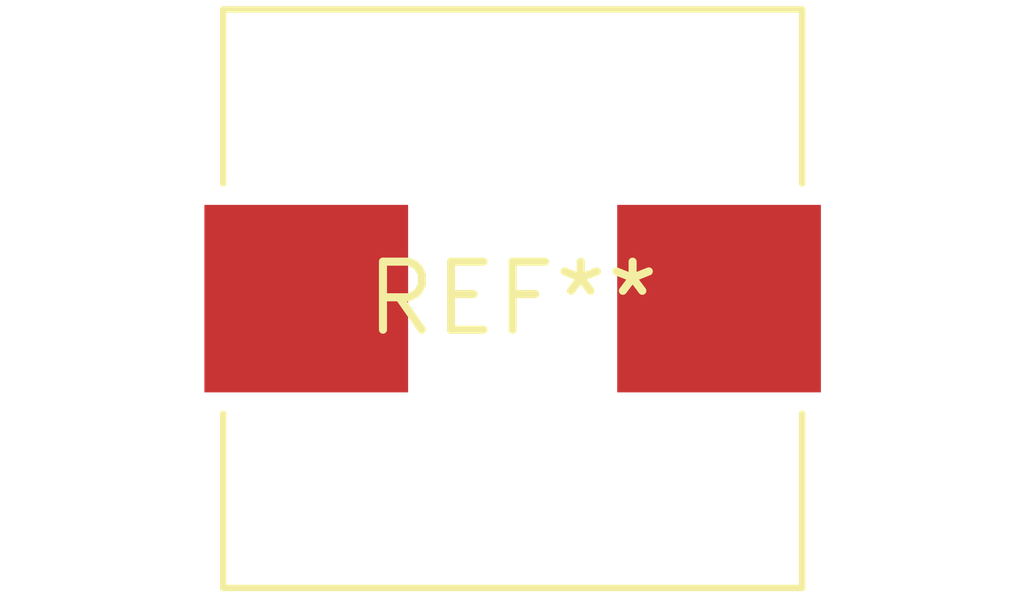
<source format=kicad_pcb>
(kicad_pcb (version 20240108) (generator pcbnew)
  (layers (0 "F.Cu" signal) (31 "B.Cu" signal) (34 "B.Paste" user) (35 "F.Paste" user) (36 "B.SilkS" user "B.Silkscreen") (37 "F.SilkS" user "F.Silkscreen") (38 "B.Mask" user) (39 "F.Mask" user) (44 "Edge.Cuts" user))
  (net 0 "")
  (footprint "L_Wuerth_HCI-1030" (layer "F.Cu") (at 0 0)
    (property "Reference" "REF**")
    (property "Value" "L_Wuerth_HCI-1030")
    (fp_line (start -5.4 -5.4) (end 5.4 -5.4) (layer "F.SilkS") (stroke (width 0.12)))
    (fp_line (start -5.4 -2.15) (end -5.4 -5.4) (layer "F.SilkS") (stroke (width 0.12)))
    (fp_line (start -5.4 2.15) (end -5.4 5.4) (layer "F.SilkS") (stroke (width 0.12)))
    (fp_line (start -5.4 5.4) (end 5.4 5.4) (layer "F.SilkS") (stroke (width 0.12)))
    (fp_line (start 5.4 -5.4) (end 5.4 -2.15) (layer "F.SilkS") (stroke (width 0.12)))
    (fp_line (start 5.4 5.4) (end 5.4 2.15) (layer "F.SilkS") (stroke (width 0.12)))
    (pad "1" smd rect (at -3.85 0) (size 3.8 3.5) (layers "F.Cu" "F.Paste" "F.Mask"))
    (pad "2" smd rect (at 3.85 0) (size 3.8 3.5) (layers "F.Cu" "F.Paste" "F.Mask"))
  )
)
</source>
